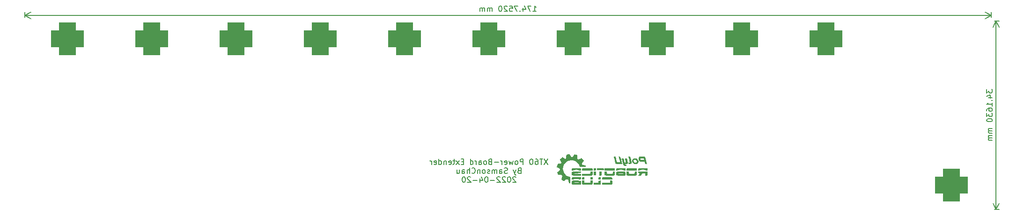
<source format=gbo>
G04 #@! TF.GenerationSoftware,KiCad,Pcbnew,6.0.4-6f826c9f35~116~ubuntu18.04.1*
G04 #@! TF.CreationDate,2022-04-20T11:54:21+08:00*
G04 #@! TF.ProjectId,XT60_connectors,58543630-5f63-46f6-9e6e-6563746f7273,rev?*
G04 #@! TF.SameCoordinates,Original*
G04 #@! TF.FileFunction,Legend,Bot*
G04 #@! TF.FilePolarity,Positive*
%FSLAX46Y46*%
G04 Gerber Fmt 4.6, Leading zero omitted, Abs format (unit mm)*
G04 Created by KiCad (PCBNEW 6.0.4-6f826c9f35~116~ubuntu18.04.1) date 2022-04-20 11:54:21*
%MOMM*%
%LPD*%
G01*
G04 APERTURE LIST*
G04 Aperture macros list*
%AMRoundRect*
0 Rectangle with rounded corners*
0 $1 Rounding radius*
0 $2 $3 $4 $5 $6 $7 $8 $9 X,Y pos of 4 corners*
0 Add a 4 corners polygon primitive as box body*
4,1,4,$2,$3,$4,$5,$6,$7,$8,$9,$2,$3,0*
0 Add four circle primitives for the rounded corners*
1,1,$1+$1,$2,$3*
1,1,$1+$1,$4,$5*
1,1,$1+$1,$6,$7*
1,1,$1+$1,$8,$9*
0 Add four rect primitives between the rounded corners*
20,1,$1+$1,$2,$3,$4,$5,0*
20,1,$1+$1,$4,$5,$6,$7,0*
20,1,$1+$1,$6,$7,$8,$9,0*
20,1,$1+$1,$8,$9,$2,$3,0*%
G04 Aperture macros list end*
%ADD10C,0.150000*%
%ADD11R,2.200000X2.200000*%
%ADD12O,2.200000X2.200000*%
%ADD13RoundRect,1.500000X-1.500000X1.500000X-1.500000X-1.500000X1.500000X-1.500000X1.500000X1.500000X0*%
%ADD14C,6.000000*%
%ADD15R,1.800000X1.200000*%
%ADD16C,4.500000*%
%ADD17C,3.048000*%
%ADD18C,3.051988*%
%ADD19C,3.068258*%
%ADD20RoundRect,1.500000X1.500000X1.500000X-1.500000X1.500000X-1.500000X-1.500000X1.500000X-1.500000X0*%
G04 APERTURE END LIST*
D10*
X204296380Y-56356833D02*
X204296380Y-56975880D01*
X204677333Y-56642547D01*
X204677333Y-56785404D01*
X204724952Y-56880642D01*
X204772571Y-56928261D01*
X204867809Y-56975880D01*
X205105904Y-56975880D01*
X205201142Y-56928261D01*
X205248761Y-56880642D01*
X205296380Y-56785404D01*
X205296380Y-56499690D01*
X205248761Y-56404452D01*
X205201142Y-56356833D01*
X204629714Y-57833023D02*
X205296380Y-57833023D01*
X204248761Y-57594928D02*
X204963047Y-57356833D01*
X204963047Y-57975880D01*
X205201142Y-58356833D02*
X205248761Y-58404452D01*
X205296380Y-58356833D01*
X205248761Y-58309214D01*
X205201142Y-58356833D01*
X205296380Y-58356833D01*
X205296380Y-59356833D02*
X205296380Y-58785404D01*
X205296380Y-59071119D02*
X204296380Y-59071119D01*
X204439238Y-58975880D01*
X204534476Y-58880642D01*
X204582095Y-58785404D01*
X204296380Y-60213976D02*
X204296380Y-60023500D01*
X204344000Y-59928261D01*
X204391619Y-59880642D01*
X204534476Y-59785404D01*
X204724952Y-59737785D01*
X205105904Y-59737785D01*
X205201142Y-59785404D01*
X205248761Y-59833023D01*
X205296380Y-59928261D01*
X205296380Y-60118738D01*
X205248761Y-60213976D01*
X205201142Y-60261595D01*
X205105904Y-60309214D01*
X204867809Y-60309214D01*
X204772571Y-60261595D01*
X204724952Y-60213976D01*
X204677333Y-60118738D01*
X204677333Y-59928261D01*
X204724952Y-59833023D01*
X204772571Y-59785404D01*
X204867809Y-59737785D01*
X204296380Y-60642547D02*
X204296380Y-61261595D01*
X204677333Y-60928261D01*
X204677333Y-61071119D01*
X204724952Y-61166357D01*
X204772571Y-61213976D01*
X204867809Y-61261595D01*
X205105904Y-61261595D01*
X205201142Y-61213976D01*
X205248761Y-61166357D01*
X205296380Y-61071119D01*
X205296380Y-60785404D01*
X205248761Y-60690166D01*
X205201142Y-60642547D01*
X204296380Y-61880642D02*
X204296380Y-61975880D01*
X204344000Y-62071119D01*
X204391619Y-62118738D01*
X204486857Y-62166357D01*
X204677333Y-62213976D01*
X204915428Y-62213976D01*
X205105904Y-62166357D01*
X205201142Y-62118738D01*
X205248761Y-62071119D01*
X205296380Y-61975880D01*
X205296380Y-61880642D01*
X205248761Y-61785404D01*
X205201142Y-61737785D01*
X205105904Y-61690166D01*
X204915428Y-61642547D01*
X204677333Y-61642547D01*
X204486857Y-61690166D01*
X204391619Y-61737785D01*
X204344000Y-61785404D01*
X204296380Y-61880642D01*
X205296380Y-63404452D02*
X204629714Y-63404452D01*
X204724952Y-63404452D02*
X204677333Y-63452071D01*
X204629714Y-63547309D01*
X204629714Y-63690166D01*
X204677333Y-63785404D01*
X204772571Y-63833023D01*
X205296380Y-63833023D01*
X204772571Y-63833023D02*
X204677333Y-63880642D01*
X204629714Y-63975880D01*
X204629714Y-64118738D01*
X204677333Y-64213976D01*
X204772571Y-64261595D01*
X205296380Y-64261595D01*
X205296380Y-64737785D02*
X204629714Y-64737785D01*
X204724952Y-64737785D02*
X204677333Y-64785404D01*
X204629714Y-64880642D01*
X204629714Y-65023500D01*
X204677333Y-65118738D01*
X204772571Y-65166357D01*
X205296380Y-65166357D01*
X204772571Y-65166357D02*
X204677333Y-65213976D01*
X204629714Y-65309214D01*
X204629714Y-65452071D01*
X204677333Y-65547309D01*
X204772571Y-65594928D01*
X205296380Y-65594928D01*
X205732000Y-43942000D02*
X206580420Y-43942000D01*
X205732000Y-78105000D02*
X206580420Y-78105000D01*
X205994000Y-43942000D02*
X205994000Y-78105000D01*
X205994000Y-43942000D02*
X205994000Y-78105000D01*
X205994000Y-43942000D02*
X205407579Y-45068504D01*
X205994000Y-43942000D02*
X206580421Y-45068504D01*
X205994000Y-78105000D02*
X206580421Y-76978496D01*
X205994000Y-78105000D02*
X205407579Y-76978496D01*
X122252809Y-42228381D02*
X122824238Y-42228381D01*
X122538523Y-42228381D02*
X122538523Y-41228381D01*
X122633761Y-41371239D01*
X122729000Y-41466477D01*
X122824238Y-41514096D01*
X121919476Y-41228381D02*
X121252809Y-41228381D01*
X121681380Y-42228381D01*
X120443285Y-41561715D02*
X120443285Y-42228381D01*
X120681380Y-41180762D02*
X120919476Y-41895048D01*
X120300428Y-41895048D01*
X119919476Y-42133143D02*
X119871857Y-42180762D01*
X119919476Y-42228381D01*
X119967095Y-42180762D01*
X119919476Y-42133143D01*
X119919476Y-42228381D01*
X119538523Y-41228381D02*
X118871857Y-41228381D01*
X119300428Y-42228381D01*
X118014714Y-41228381D02*
X118490904Y-41228381D01*
X118538523Y-41704572D01*
X118490904Y-41656953D01*
X118395666Y-41609334D01*
X118157571Y-41609334D01*
X118062333Y-41656953D01*
X118014714Y-41704572D01*
X117967095Y-41799810D01*
X117967095Y-42037905D01*
X118014714Y-42133143D01*
X118062333Y-42180762D01*
X118157571Y-42228381D01*
X118395666Y-42228381D01*
X118490904Y-42180762D01*
X118538523Y-42133143D01*
X117586142Y-41323620D02*
X117538523Y-41276001D01*
X117443285Y-41228381D01*
X117205190Y-41228381D01*
X117109952Y-41276001D01*
X117062333Y-41323620D01*
X117014714Y-41418858D01*
X117014714Y-41514096D01*
X117062333Y-41656953D01*
X117633761Y-42228381D01*
X117014714Y-42228381D01*
X116395666Y-41228381D02*
X116300428Y-41228381D01*
X116205190Y-41276001D01*
X116157571Y-41323620D01*
X116109952Y-41418858D01*
X116062333Y-41609334D01*
X116062333Y-41847429D01*
X116109952Y-42037905D01*
X116157571Y-42133143D01*
X116205190Y-42180762D01*
X116300428Y-42228381D01*
X116395666Y-42228381D01*
X116490904Y-42180762D01*
X116538523Y-42133143D01*
X116586142Y-42037905D01*
X116633761Y-41847429D01*
X116633761Y-41609334D01*
X116586142Y-41418858D01*
X116538523Y-41323620D01*
X116490904Y-41276001D01*
X116395666Y-41228381D01*
X114871857Y-42228381D02*
X114871857Y-41561715D01*
X114871857Y-41656953D02*
X114824238Y-41609334D01*
X114729000Y-41561715D01*
X114586142Y-41561715D01*
X114490904Y-41609334D01*
X114443285Y-41704572D01*
X114443285Y-42228381D01*
X114443285Y-41704572D02*
X114395666Y-41609334D01*
X114300428Y-41561715D01*
X114157571Y-41561715D01*
X114062333Y-41609334D01*
X114014714Y-41704572D01*
X114014714Y-42228381D01*
X113538523Y-42228381D02*
X113538523Y-41561715D01*
X113538523Y-41656953D02*
X113490904Y-41609334D01*
X113395666Y-41561715D01*
X113252809Y-41561715D01*
X113157571Y-41609334D01*
X113109952Y-41704572D01*
X113109952Y-42228381D01*
X113109952Y-41704572D02*
X113062333Y-41609334D01*
X112967095Y-41561715D01*
X112824238Y-41561715D01*
X112729000Y-41609334D01*
X112681380Y-41704572D01*
X112681380Y-42228381D01*
X205105000Y-43315000D02*
X205105000Y-42339581D01*
X30353000Y-43315000D02*
X30353000Y-42339581D01*
X205105000Y-42926001D02*
X30353000Y-42926001D01*
X205105000Y-42926001D02*
X30353000Y-42926001D01*
X205105000Y-42926001D02*
X203978496Y-42339580D01*
X205105000Y-42926001D02*
X203978496Y-43512422D01*
X30353000Y-42926001D02*
X31479504Y-43512422D01*
X30353000Y-42926001D02*
X31479504Y-42339580D01*
X124942857Y-68962380D02*
X124276190Y-69962380D01*
X124276190Y-68962380D02*
X124942857Y-69962380D01*
X124038095Y-68962380D02*
X123466666Y-68962380D01*
X123752380Y-69962380D02*
X123752380Y-68962380D01*
X122704761Y-68962380D02*
X122895238Y-68962380D01*
X122990476Y-69010000D01*
X123038095Y-69057619D01*
X123133333Y-69200476D01*
X123180952Y-69390952D01*
X123180952Y-69771904D01*
X123133333Y-69867142D01*
X123085714Y-69914761D01*
X122990476Y-69962380D01*
X122800000Y-69962380D01*
X122704761Y-69914761D01*
X122657142Y-69867142D01*
X122609523Y-69771904D01*
X122609523Y-69533809D01*
X122657142Y-69438571D01*
X122704761Y-69390952D01*
X122800000Y-69343333D01*
X122990476Y-69343333D01*
X123085714Y-69390952D01*
X123133333Y-69438571D01*
X123180952Y-69533809D01*
X121990476Y-68962380D02*
X121895238Y-68962380D01*
X121800000Y-69010000D01*
X121752380Y-69057619D01*
X121704761Y-69152857D01*
X121657142Y-69343333D01*
X121657142Y-69581428D01*
X121704761Y-69771904D01*
X121752380Y-69867142D01*
X121800000Y-69914761D01*
X121895238Y-69962380D01*
X121990476Y-69962380D01*
X122085714Y-69914761D01*
X122133333Y-69867142D01*
X122180952Y-69771904D01*
X122228571Y-69581428D01*
X122228571Y-69343333D01*
X122180952Y-69152857D01*
X122133333Y-69057619D01*
X122085714Y-69010000D01*
X121990476Y-68962380D01*
X120466666Y-69962380D02*
X120466666Y-68962380D01*
X120085714Y-68962380D01*
X119990476Y-69010000D01*
X119942857Y-69057619D01*
X119895238Y-69152857D01*
X119895238Y-69295714D01*
X119942857Y-69390952D01*
X119990476Y-69438571D01*
X120085714Y-69486190D01*
X120466666Y-69486190D01*
X119323809Y-69962380D02*
X119419047Y-69914761D01*
X119466666Y-69867142D01*
X119514285Y-69771904D01*
X119514285Y-69486190D01*
X119466666Y-69390952D01*
X119419047Y-69343333D01*
X119323809Y-69295714D01*
X119180952Y-69295714D01*
X119085714Y-69343333D01*
X119038095Y-69390952D01*
X118990476Y-69486190D01*
X118990476Y-69771904D01*
X119038095Y-69867142D01*
X119085714Y-69914761D01*
X119180952Y-69962380D01*
X119323809Y-69962380D01*
X118657142Y-69295714D02*
X118466666Y-69962380D01*
X118276190Y-69486190D01*
X118085714Y-69962380D01*
X117895238Y-69295714D01*
X117133333Y-69914761D02*
X117228571Y-69962380D01*
X117419047Y-69962380D01*
X117514285Y-69914761D01*
X117561904Y-69819523D01*
X117561904Y-69438571D01*
X117514285Y-69343333D01*
X117419047Y-69295714D01*
X117228571Y-69295714D01*
X117133333Y-69343333D01*
X117085714Y-69438571D01*
X117085714Y-69533809D01*
X117561904Y-69629047D01*
X116657142Y-69962380D02*
X116657142Y-69295714D01*
X116657142Y-69486190D02*
X116609523Y-69390952D01*
X116561904Y-69343333D01*
X116466666Y-69295714D01*
X116371428Y-69295714D01*
X116038095Y-69581428D02*
X115276190Y-69581428D01*
X114466666Y-69438571D02*
X114323809Y-69486190D01*
X114276190Y-69533809D01*
X114228571Y-69629047D01*
X114228571Y-69771904D01*
X114276190Y-69867142D01*
X114323809Y-69914761D01*
X114419047Y-69962380D01*
X114800000Y-69962380D01*
X114800000Y-68962380D01*
X114466666Y-68962380D01*
X114371428Y-69010000D01*
X114323809Y-69057619D01*
X114276190Y-69152857D01*
X114276190Y-69248095D01*
X114323809Y-69343333D01*
X114371428Y-69390952D01*
X114466666Y-69438571D01*
X114800000Y-69438571D01*
X113657142Y-69962380D02*
X113752380Y-69914761D01*
X113800000Y-69867142D01*
X113847619Y-69771904D01*
X113847619Y-69486190D01*
X113800000Y-69390952D01*
X113752380Y-69343333D01*
X113657142Y-69295714D01*
X113514285Y-69295714D01*
X113419047Y-69343333D01*
X113371428Y-69390952D01*
X113323809Y-69486190D01*
X113323809Y-69771904D01*
X113371428Y-69867142D01*
X113419047Y-69914761D01*
X113514285Y-69962380D01*
X113657142Y-69962380D01*
X112466666Y-69962380D02*
X112466666Y-69438571D01*
X112514285Y-69343333D01*
X112609523Y-69295714D01*
X112800000Y-69295714D01*
X112895238Y-69343333D01*
X112466666Y-69914761D02*
X112561904Y-69962380D01*
X112800000Y-69962380D01*
X112895238Y-69914761D01*
X112942857Y-69819523D01*
X112942857Y-69724285D01*
X112895238Y-69629047D01*
X112800000Y-69581428D01*
X112561904Y-69581428D01*
X112466666Y-69533809D01*
X111990476Y-69962380D02*
X111990476Y-69295714D01*
X111990476Y-69486190D02*
X111942857Y-69390952D01*
X111895238Y-69343333D01*
X111800000Y-69295714D01*
X111704761Y-69295714D01*
X110942857Y-69962380D02*
X110942857Y-68962380D01*
X110942857Y-69914761D02*
X111038095Y-69962380D01*
X111228571Y-69962380D01*
X111323809Y-69914761D01*
X111371428Y-69867142D01*
X111419047Y-69771904D01*
X111419047Y-69486190D01*
X111371428Y-69390952D01*
X111323809Y-69343333D01*
X111228571Y-69295714D01*
X111038095Y-69295714D01*
X110942857Y-69343333D01*
X109704761Y-69438571D02*
X109371428Y-69438571D01*
X109228571Y-69962380D02*
X109704761Y-69962380D01*
X109704761Y-68962380D01*
X109228571Y-68962380D01*
X108895238Y-69962380D02*
X108371428Y-69295714D01*
X108895238Y-69295714D02*
X108371428Y-69962380D01*
X108133333Y-69295714D02*
X107752380Y-69295714D01*
X107990476Y-68962380D02*
X107990476Y-69819523D01*
X107942857Y-69914761D01*
X107847619Y-69962380D01*
X107752380Y-69962380D01*
X107038095Y-69914761D02*
X107133333Y-69962380D01*
X107323809Y-69962380D01*
X107419047Y-69914761D01*
X107466666Y-69819523D01*
X107466666Y-69438571D01*
X107419047Y-69343333D01*
X107323809Y-69295714D01*
X107133333Y-69295714D01*
X107038095Y-69343333D01*
X106990476Y-69438571D01*
X106990476Y-69533809D01*
X107466666Y-69629047D01*
X106561904Y-69295714D02*
X106561904Y-69962380D01*
X106561904Y-69390952D02*
X106514285Y-69343333D01*
X106419047Y-69295714D01*
X106276190Y-69295714D01*
X106180952Y-69343333D01*
X106133333Y-69438571D01*
X106133333Y-69962380D01*
X105228571Y-69962380D02*
X105228571Y-68962380D01*
X105228571Y-69914761D02*
X105323809Y-69962380D01*
X105514285Y-69962380D01*
X105609523Y-69914761D01*
X105657142Y-69867142D01*
X105704761Y-69771904D01*
X105704761Y-69486190D01*
X105657142Y-69390952D01*
X105609523Y-69343333D01*
X105514285Y-69295714D01*
X105323809Y-69295714D01*
X105228571Y-69343333D01*
X104371428Y-69914761D02*
X104466666Y-69962380D01*
X104657142Y-69962380D01*
X104752380Y-69914761D01*
X104800000Y-69819523D01*
X104800000Y-69438571D01*
X104752380Y-69343333D01*
X104657142Y-69295714D01*
X104466666Y-69295714D01*
X104371428Y-69343333D01*
X104323809Y-69438571D01*
X104323809Y-69533809D01*
X104800000Y-69629047D01*
X103895238Y-69962380D02*
X103895238Y-69295714D01*
X103895238Y-69486190D02*
X103847619Y-69390952D01*
X103800000Y-69343333D01*
X103704761Y-69295714D01*
X103609523Y-69295714D01*
X119752380Y-71048571D02*
X119609523Y-71096190D01*
X119561904Y-71143809D01*
X119514285Y-71239047D01*
X119514285Y-71381904D01*
X119561904Y-71477142D01*
X119609523Y-71524761D01*
X119704761Y-71572380D01*
X120085714Y-71572380D01*
X120085714Y-70572380D01*
X119752380Y-70572380D01*
X119657142Y-70620000D01*
X119609523Y-70667619D01*
X119561904Y-70762857D01*
X119561904Y-70858095D01*
X119609523Y-70953333D01*
X119657142Y-71000952D01*
X119752380Y-71048571D01*
X120085714Y-71048571D01*
X119180952Y-70905714D02*
X118942857Y-71572380D01*
X118704761Y-70905714D02*
X118942857Y-71572380D01*
X119038095Y-71810476D01*
X119085714Y-71858095D01*
X119180952Y-71905714D01*
X117609523Y-71524761D02*
X117466666Y-71572380D01*
X117228571Y-71572380D01*
X117133333Y-71524761D01*
X117085714Y-71477142D01*
X117038095Y-71381904D01*
X117038095Y-71286666D01*
X117085714Y-71191428D01*
X117133333Y-71143809D01*
X117228571Y-71096190D01*
X117419047Y-71048571D01*
X117514285Y-71000952D01*
X117561904Y-70953333D01*
X117609523Y-70858095D01*
X117609523Y-70762857D01*
X117561904Y-70667619D01*
X117514285Y-70620000D01*
X117419047Y-70572380D01*
X117180952Y-70572380D01*
X117038095Y-70620000D01*
X116180952Y-71572380D02*
X116180952Y-71048571D01*
X116228571Y-70953333D01*
X116323809Y-70905714D01*
X116514285Y-70905714D01*
X116609523Y-70953333D01*
X116180952Y-71524761D02*
X116276190Y-71572380D01*
X116514285Y-71572380D01*
X116609523Y-71524761D01*
X116657142Y-71429523D01*
X116657142Y-71334285D01*
X116609523Y-71239047D01*
X116514285Y-71191428D01*
X116276190Y-71191428D01*
X116180952Y-71143809D01*
X115704761Y-71572380D02*
X115704761Y-70905714D01*
X115704761Y-71000952D02*
X115657142Y-70953333D01*
X115561904Y-70905714D01*
X115419047Y-70905714D01*
X115323809Y-70953333D01*
X115276190Y-71048571D01*
X115276190Y-71572380D01*
X115276190Y-71048571D02*
X115228571Y-70953333D01*
X115133333Y-70905714D01*
X114990476Y-70905714D01*
X114895238Y-70953333D01*
X114847619Y-71048571D01*
X114847619Y-71572380D01*
X114419047Y-71524761D02*
X114323809Y-71572380D01*
X114133333Y-71572380D01*
X114038095Y-71524761D01*
X113990476Y-71429523D01*
X113990476Y-71381904D01*
X114038095Y-71286666D01*
X114133333Y-71239047D01*
X114276190Y-71239047D01*
X114371428Y-71191428D01*
X114419047Y-71096190D01*
X114419047Y-71048571D01*
X114371428Y-70953333D01*
X114276190Y-70905714D01*
X114133333Y-70905714D01*
X114038095Y-70953333D01*
X113419047Y-71572380D02*
X113514285Y-71524761D01*
X113561904Y-71477142D01*
X113609523Y-71381904D01*
X113609523Y-71096190D01*
X113561904Y-71000952D01*
X113514285Y-70953333D01*
X113419047Y-70905714D01*
X113276190Y-70905714D01*
X113180952Y-70953333D01*
X113133333Y-71000952D01*
X113085714Y-71096190D01*
X113085714Y-71381904D01*
X113133333Y-71477142D01*
X113180952Y-71524761D01*
X113276190Y-71572380D01*
X113419047Y-71572380D01*
X112657142Y-70905714D02*
X112657142Y-71572380D01*
X112657142Y-71000952D02*
X112609523Y-70953333D01*
X112514285Y-70905714D01*
X112371428Y-70905714D01*
X112276190Y-70953333D01*
X112228571Y-71048571D01*
X112228571Y-71572380D01*
X111180952Y-71477142D02*
X111228571Y-71524761D01*
X111371428Y-71572380D01*
X111466666Y-71572380D01*
X111609523Y-71524761D01*
X111704761Y-71429523D01*
X111752380Y-71334285D01*
X111800000Y-71143809D01*
X111800000Y-71000952D01*
X111752380Y-70810476D01*
X111704761Y-70715238D01*
X111609523Y-70620000D01*
X111466666Y-70572380D01*
X111371428Y-70572380D01*
X111228571Y-70620000D01*
X111180952Y-70667619D01*
X110752380Y-71572380D02*
X110752380Y-70572380D01*
X110323809Y-71572380D02*
X110323809Y-71048571D01*
X110371428Y-70953333D01*
X110466666Y-70905714D01*
X110609523Y-70905714D01*
X110704761Y-70953333D01*
X110752380Y-71000952D01*
X109419047Y-71572380D02*
X109419047Y-71048571D01*
X109466666Y-70953333D01*
X109561904Y-70905714D01*
X109752380Y-70905714D01*
X109847619Y-70953333D01*
X109419047Y-71524761D02*
X109514285Y-71572380D01*
X109752380Y-71572380D01*
X109847619Y-71524761D01*
X109895238Y-71429523D01*
X109895238Y-71334285D01*
X109847619Y-71239047D01*
X109752380Y-71191428D01*
X109514285Y-71191428D01*
X109419047Y-71143809D01*
X108514285Y-70905714D02*
X108514285Y-71572380D01*
X108942857Y-70905714D02*
X108942857Y-71429523D01*
X108895238Y-71524761D01*
X108800000Y-71572380D01*
X108657142Y-71572380D01*
X108561904Y-71524761D01*
X108514285Y-71477142D01*
X119157142Y-72277619D02*
X119109523Y-72230000D01*
X119014285Y-72182380D01*
X118776190Y-72182380D01*
X118680952Y-72230000D01*
X118633333Y-72277619D01*
X118585714Y-72372857D01*
X118585714Y-72468095D01*
X118633333Y-72610952D01*
X119204761Y-73182380D01*
X118585714Y-73182380D01*
X117966666Y-72182380D02*
X117871428Y-72182380D01*
X117776190Y-72230000D01*
X117728571Y-72277619D01*
X117680952Y-72372857D01*
X117633333Y-72563333D01*
X117633333Y-72801428D01*
X117680952Y-72991904D01*
X117728571Y-73087142D01*
X117776190Y-73134761D01*
X117871428Y-73182380D01*
X117966666Y-73182380D01*
X118061904Y-73134761D01*
X118109523Y-73087142D01*
X118157142Y-72991904D01*
X118204761Y-72801428D01*
X118204761Y-72563333D01*
X118157142Y-72372857D01*
X118109523Y-72277619D01*
X118061904Y-72230000D01*
X117966666Y-72182380D01*
X117252380Y-72277619D02*
X117204761Y-72230000D01*
X117109523Y-72182380D01*
X116871428Y-72182380D01*
X116776190Y-72230000D01*
X116728571Y-72277619D01*
X116680952Y-72372857D01*
X116680952Y-72468095D01*
X116728571Y-72610952D01*
X117300000Y-73182380D01*
X116680952Y-73182380D01*
X116300000Y-72277619D02*
X116252380Y-72230000D01*
X116157142Y-72182380D01*
X115919047Y-72182380D01*
X115823809Y-72230000D01*
X115776190Y-72277619D01*
X115728571Y-72372857D01*
X115728571Y-72468095D01*
X115776190Y-72610952D01*
X116347619Y-73182380D01*
X115728571Y-73182380D01*
X115300000Y-72801428D02*
X114538095Y-72801428D01*
X113871428Y-72182380D02*
X113776190Y-72182380D01*
X113680952Y-72230000D01*
X113633333Y-72277619D01*
X113585714Y-72372857D01*
X113538095Y-72563333D01*
X113538095Y-72801428D01*
X113585714Y-72991904D01*
X113633333Y-73087142D01*
X113680952Y-73134761D01*
X113776190Y-73182380D01*
X113871428Y-73182380D01*
X113966666Y-73134761D01*
X114014285Y-73087142D01*
X114061904Y-72991904D01*
X114109523Y-72801428D01*
X114109523Y-72563333D01*
X114061904Y-72372857D01*
X114014285Y-72277619D01*
X113966666Y-72230000D01*
X113871428Y-72182380D01*
X112680952Y-72515714D02*
X112680952Y-73182380D01*
X112919047Y-72134761D02*
X113157142Y-72849047D01*
X112538095Y-72849047D01*
X112157142Y-72801428D02*
X111395238Y-72801428D01*
X110966666Y-72277619D02*
X110919047Y-72230000D01*
X110823809Y-72182380D01*
X110585714Y-72182380D01*
X110490476Y-72230000D01*
X110442857Y-72277619D01*
X110395238Y-72372857D01*
X110395238Y-72468095D01*
X110442857Y-72610952D01*
X111014285Y-73182380D01*
X110395238Y-73182380D01*
X109776190Y-72182380D02*
X109680952Y-72182380D01*
X109585714Y-72230000D01*
X109538095Y-72277619D01*
X109490476Y-72372857D01*
X109442857Y-72563333D01*
X109442857Y-72801428D01*
X109490476Y-72991904D01*
X109538095Y-73087142D01*
X109585714Y-73134761D01*
X109680952Y-73182380D01*
X109776190Y-73182380D01*
X109871428Y-73134761D01*
X109919047Y-73087142D01*
X109966666Y-72991904D01*
X110014285Y-72801428D01*
X110014285Y-72563333D01*
X109966666Y-72372857D01*
X109919047Y-72277619D01*
X109871428Y-72230000D01*
X109776190Y-72182380D01*
G36*
X140212754Y-70610103D02*
G01*
X140460821Y-70610894D01*
X140654271Y-70614254D01*
X140799894Y-70622055D01*
X140904481Y-70636166D01*
X140974824Y-70658459D01*
X141017714Y-70690803D01*
X141039941Y-70735070D01*
X141048297Y-70793129D01*
X141049574Y-70866851D01*
X141049574Y-71024391D01*
X139139799Y-71024391D01*
X139140287Y-70888946D01*
X139140521Y-70861471D01*
X139144839Y-70788510D01*
X139159728Y-70731226D01*
X139191823Y-70687724D01*
X139247761Y-70656110D01*
X139334178Y-70634492D01*
X139457708Y-70620974D01*
X139624989Y-70613664D01*
X139842654Y-70610666D01*
X140117341Y-70610088D01*
X140212754Y-70610103D01*
G37*
G36*
X130619979Y-71217240D02*
G01*
X130746147Y-71221918D01*
X130832428Y-71231441D01*
X130885530Y-71246736D01*
X130912163Y-71268728D01*
X130919038Y-71298343D01*
X130912863Y-71336506D01*
X130911623Y-71341532D01*
X130892695Y-71403537D01*
X130865129Y-71449300D01*
X130819757Y-71481674D01*
X130747409Y-71503510D01*
X130638915Y-71517659D01*
X130485107Y-71526973D01*
X130276815Y-71534304D01*
X130267183Y-71534600D01*
X130055106Y-71542461D01*
X129900316Y-71551688D01*
X129796684Y-71563264D01*
X129738081Y-71578176D01*
X129718376Y-71597408D01*
X129731442Y-71621945D01*
X129767088Y-71629780D01*
X129856537Y-71637899D01*
X129989073Y-71645427D01*
X130154221Y-71651772D01*
X130341509Y-71656345D01*
X130927769Y-71666844D01*
X130927769Y-71984647D01*
X130170316Y-71974594D01*
X130017348Y-71972563D01*
X129781886Y-71968383D01*
X129599574Y-71961313D01*
X129463618Y-71948631D01*
X129367221Y-71927615D01*
X129303590Y-71895542D01*
X129265927Y-71849691D01*
X129247438Y-71787340D01*
X129241328Y-71705766D01*
X129240802Y-71602247D01*
X129240795Y-71589684D01*
X129241413Y-71481120D01*
X129248306Y-71397105D01*
X129268644Y-71334359D01*
X129309596Y-71289602D01*
X129378334Y-71259554D01*
X129482027Y-71240934D01*
X129627846Y-71230463D01*
X129822961Y-71224860D01*
X130074543Y-71220846D01*
X130221140Y-71218719D01*
X130447213Y-71216482D01*
X130619979Y-71217240D01*
G37*
G36*
X136251300Y-70610122D02*
G01*
X136494886Y-70611076D01*
X136684684Y-70614712D01*
X136827405Y-70622836D01*
X136929758Y-70637251D01*
X136998455Y-70659762D01*
X137040205Y-70692173D01*
X137061719Y-70736289D01*
X137069706Y-70793913D01*
X137070877Y-70866851D01*
X137070877Y-71024391D01*
X135161103Y-71024391D01*
X135161103Y-70866851D01*
X135161231Y-70830467D01*
X135164778Y-70764968D01*
X135178301Y-70713933D01*
X135208512Y-70675556D01*
X135262121Y-70648034D01*
X135345838Y-70629562D01*
X135466373Y-70618335D01*
X135630437Y-70612550D01*
X135844739Y-70610403D01*
X136115990Y-70610088D01*
X136251300Y-70610122D01*
G37*
G36*
X136202935Y-72240790D02*
G01*
X136325518Y-72248014D01*
X136415131Y-72260117D01*
X136479498Y-72277811D01*
X136526339Y-72301807D01*
X136563379Y-72332819D01*
X136598975Y-72391654D01*
X136622564Y-72481323D01*
X136625529Y-72569545D01*
X136604043Y-72628490D01*
X136600085Y-72630024D01*
X136547831Y-72635296D01*
X136442273Y-72640013D01*
X136291518Y-72643996D01*
X136103675Y-72647065D01*
X135886851Y-72649039D01*
X135649156Y-72649736D01*
X134715489Y-72649736D01*
X134715489Y-72511263D01*
X134715745Y-72491557D01*
X134733033Y-72384218D01*
X134782420Y-72312079D01*
X134792910Y-72303200D01*
X134822451Y-72285398D01*
X134865052Y-72271842D01*
X134929146Y-72261772D01*
X135023165Y-72254428D01*
X135155543Y-72249048D01*
X135334713Y-72244873D01*
X135569109Y-72241143D01*
X135827973Y-72238130D01*
X136039661Y-72237733D01*
X136202935Y-72240790D01*
G37*
G36*
X134859549Y-70617963D02*
G01*
X134956633Y-70624296D01*
X135014150Y-70634601D01*
X135038939Y-70649217D01*
X135055437Y-70701928D01*
X135064170Y-70795909D01*
X135061256Y-70896804D01*
X135046040Y-70974642D01*
X135038702Y-70986867D01*
X135015399Y-71001226D01*
X134970019Y-71011126D01*
X134894250Y-71017114D01*
X134779780Y-71019739D01*
X134618298Y-71019547D01*
X134401491Y-71017085D01*
X133776516Y-71008457D01*
X133776516Y-70626022D01*
X134394877Y-70617347D01*
X134519340Y-70615862D01*
X134716064Y-70615265D01*
X134859549Y-70617963D01*
G37*
G36*
X130923124Y-73419211D02*
G01*
X130920079Y-73515291D01*
X130914075Y-73563716D01*
X130910209Y-73569350D01*
X130882221Y-73581992D01*
X130823305Y-73591529D01*
X130726919Y-73598321D01*
X130586518Y-73602728D01*
X130395558Y-73605108D01*
X130147497Y-73605822D01*
X129397056Y-73605822D01*
X129318929Y-73527597D01*
X129288613Y-73493884D01*
X129258291Y-73437889D01*
X129244234Y-73359972D01*
X129240802Y-73239322D01*
X129241046Y-73223388D01*
X129734160Y-73223388D01*
X129739702Y-73239776D01*
X129769602Y-73256169D01*
X129834108Y-73267376D01*
X129942902Y-73274876D01*
X130105668Y-73280149D01*
X130179973Y-73281545D01*
X130348813Y-73280154D01*
X130455069Y-73270805D01*
X130499173Y-73253470D01*
X130509395Y-73217051D01*
X130481461Y-73189098D01*
X130407278Y-73172176D01*
X130281184Y-73165060D01*
X130097517Y-73166523D01*
X129982228Y-73170008D01*
X129859056Y-73176811D01*
X129783162Y-73186957D01*
X129744784Y-73201973D01*
X129734160Y-73223388D01*
X129241046Y-73223388D01*
X129242090Y-73155335D01*
X129251715Y-73064832D01*
X129275625Y-73003498D01*
X129319507Y-72950469D01*
X129398212Y-72871665D01*
X130155033Y-72880212D01*
X130911854Y-72888758D01*
X130921033Y-73205184D01*
X130921290Y-73217051D01*
X130922900Y-73291503D01*
X130923124Y-73419211D01*
G37*
G36*
X138943882Y-71794630D02*
G01*
X138940594Y-71891420D01*
X138934455Y-71940125D01*
X138926681Y-71949609D01*
X138896040Y-71961359D01*
X138836701Y-71969628D01*
X138741678Y-71974730D01*
X138603985Y-71976976D01*
X138416635Y-71976678D01*
X138172641Y-71974149D01*
X138065921Y-71972803D01*
X137829377Y-71969189D01*
X137646809Y-71963038D01*
X137511234Y-71951364D01*
X137415671Y-71931180D01*
X137353138Y-71899498D01*
X137316655Y-71853331D01*
X137299239Y-71789691D01*
X137293909Y-71705590D01*
X137293684Y-71598043D01*
X137293676Y-71593386D01*
X137753747Y-71593386D01*
X137799973Y-71628313D01*
X137814828Y-71633780D01*
X137888071Y-71645917D01*
X137998006Y-71654807D01*
X138127941Y-71660163D01*
X138261183Y-71661700D01*
X138381038Y-71659131D01*
X138470814Y-71652172D01*
X138513818Y-71640535D01*
X138520899Y-71630998D01*
X138535037Y-71576796D01*
X138532187Y-71567291D01*
X138503382Y-71551427D01*
X138436603Y-71541277D01*
X138323309Y-71535888D01*
X138154961Y-71534304D01*
X138145046Y-71534310D01*
X137957046Y-71537976D01*
X137830411Y-71548713D01*
X137763269Y-71567017D01*
X137753747Y-71593386D01*
X137293676Y-71593386D01*
X137293594Y-71547979D01*
X137295098Y-71450906D01*
X137304631Y-71376019D01*
X137329146Y-71320442D01*
X137375597Y-71281302D01*
X137450936Y-71255724D01*
X137562117Y-71240833D01*
X137716093Y-71233756D01*
X137919816Y-71231617D01*
X138180240Y-71231543D01*
X138932907Y-71231543D01*
X138942042Y-71564019D01*
X138942290Y-71576796D01*
X138944005Y-71665357D01*
X138943882Y-71794630D01*
G37*
G36*
X138948822Y-71024391D02*
G01*
X138741930Y-71024391D01*
X138694975Y-71024041D01*
X138598204Y-71018305D01*
X138548850Y-71003401D01*
X138535037Y-70976587D01*
X138535033Y-70975993D01*
X138525140Y-70955941D01*
X138489871Y-70942340D01*
X138419662Y-70934044D01*
X138304950Y-70929907D01*
X138136169Y-70928783D01*
X137988627Y-70929687D01*
X137862816Y-70933773D01*
X137782510Y-70942198D01*
X137737850Y-70956093D01*
X137718979Y-70976587D01*
X137718946Y-70976674D01*
X137689002Y-71004835D01*
X137618909Y-71019915D01*
X137497171Y-71024391D01*
X137293684Y-71024391D01*
X137293684Y-70866851D01*
X137293690Y-70857077D01*
X137295661Y-70784149D01*
X137305952Y-70727207D01*
X137331479Y-70684271D01*
X137379161Y-70653366D01*
X137455915Y-70632513D01*
X137568657Y-70619736D01*
X137724306Y-70613058D01*
X137929780Y-70610501D01*
X138191994Y-70610088D01*
X138948822Y-70610088D01*
X138948822Y-71024391D01*
G37*
G36*
X135581181Y-71414018D02*
G01*
X135588005Y-71488186D01*
X135606919Y-71557965D01*
X135645581Y-71606179D01*
X135712752Y-71636391D01*
X135817191Y-71652162D01*
X135967658Y-71657056D01*
X136172914Y-71654633D01*
X136307983Y-71651497D01*
X136453583Y-71644544D01*
X136551587Y-71630191D01*
X136611442Y-71603443D01*
X136642597Y-71559302D01*
X136654502Y-71492773D01*
X136656605Y-71398858D01*
X136657093Y-71247478D01*
X137070877Y-71247478D01*
X137070877Y-71546336D01*
X137070770Y-71591096D01*
X137066739Y-71730955D01*
X137052524Y-71823582D01*
X137022237Y-71882085D01*
X136969989Y-71919568D01*
X136889892Y-71949138D01*
X136868596Y-71953205D01*
X136783592Y-71960329D01*
X136650527Y-71965927D01*
X136479779Y-71969725D01*
X136281725Y-71971450D01*
X136066743Y-71970829D01*
X135910982Y-71969554D01*
X135680258Y-71966696D01*
X135502429Y-71960349D01*
X135370619Y-71947313D01*
X135277951Y-71924390D01*
X135217550Y-71888380D01*
X135182541Y-71836086D01*
X135166047Y-71764307D01*
X135161193Y-71669846D01*
X135161103Y-71549504D01*
X135161103Y-71247478D01*
X135571560Y-71247478D01*
X135581181Y-71414018D01*
G37*
G36*
X130255189Y-70610915D02*
G01*
X130466565Y-70613174D01*
X130626792Y-70619393D01*
X130743145Y-70631678D01*
X130822901Y-70652137D01*
X130873336Y-70682877D01*
X130901725Y-70726005D01*
X130915347Y-70783627D01*
X130921475Y-70857851D01*
X130931096Y-71024391D01*
X130726438Y-71024391D01*
X130639404Y-71022109D01*
X130536151Y-71007070D01*
X130482155Y-70976587D01*
X130479349Y-70973437D01*
X130442423Y-70951892D01*
X130374058Y-70938160D01*
X130263551Y-70930904D01*
X130100200Y-70928783D01*
X130077619Y-70928810D01*
X129921124Y-70931473D01*
X129816198Y-70939430D01*
X129752139Y-70954022D01*
X129718245Y-70976587D01*
X129682540Y-71000684D01*
X129597680Y-71018762D01*
X129459712Y-71024391D01*
X129240802Y-71024391D01*
X129240802Y-70866851D01*
X129241412Y-70813996D01*
X129247995Y-70747900D01*
X129267786Y-70697891D01*
X129307992Y-70661735D01*
X129375820Y-70637199D01*
X129478477Y-70622047D01*
X129623171Y-70614046D01*
X129817108Y-70610961D01*
X130067496Y-70610558D01*
X130255189Y-70610915D01*
G37*
G36*
X134397193Y-72256148D02*
G01*
X134402973Y-72257313D01*
X134453868Y-72271745D01*
X134480608Y-72299567D01*
X134490957Y-72357559D01*
X134492682Y-72462503D01*
X134492682Y-72649736D01*
X134110727Y-72649736D01*
X134110727Y-72462503D01*
X134110731Y-72451169D01*
X134112893Y-72350941D01*
X134124351Y-72296215D01*
X134152870Y-72270211D01*
X134206215Y-72256148D01*
X134291261Y-72248340D01*
X134397193Y-72256148D01*
G37*
G36*
X138793685Y-69590263D02*
G01*
X138918998Y-69590263D01*
X138945739Y-69589593D01*
X139016095Y-69579528D01*
X139044311Y-69561220D01*
X139039842Y-69532711D01*
X139023211Y-69452163D01*
X138997158Y-69334901D01*
X138964737Y-69194982D01*
X138938179Y-69081414D01*
X138910740Y-68961402D01*
X138892061Y-68876411D01*
X138885163Y-68839927D01*
X138897190Y-68833925D01*
X138956399Y-68829396D01*
X139048424Y-68831697D01*
X139211686Y-68841330D01*
X139301796Y-69207829D01*
X139335312Y-69347603D01*
X139365006Y-69478654D01*
X139385341Y-69576822D01*
X139393171Y-69627655D01*
X139392063Y-69638799D01*
X139364747Y-69703374D01*
X139312033Y-69779035D01*
X139285698Y-69808968D01*
X139231200Y-69853255D01*
X139163463Y-69872741D01*
X139057396Y-69877089D01*
X138970957Y-69879963D01*
X138905011Y-69893846D01*
X138885163Y-69921484D01*
X138894950Y-69952649D01*
X138954785Y-69990824D01*
X139060684Y-70004567D01*
X139112775Y-70016351D01*
X139156095Y-70076273D01*
X139170511Y-70126784D01*
X139192214Y-70203751D01*
X139195204Y-70227763D01*
X139176737Y-70248083D01*
X139120424Y-70257332D01*
X139013393Y-70259523D01*
X138912108Y-70257153D01*
X138832987Y-70242800D01*
X138767555Y-70206486D01*
X138689196Y-70138256D01*
X138644802Y-70095385D01*
X138606790Y-70050911D01*
X138575767Y-69998517D01*
X138547493Y-69927360D01*
X138517726Y-69826599D01*
X138482225Y-69685392D01*
X138436751Y-69492898D01*
X138407013Y-69365868D01*
X138367583Y-69197712D01*
X138334162Y-69055507D01*
X138309580Y-68951291D01*
X138296668Y-68897102D01*
X138290800Y-68862949D01*
X138303279Y-68837678D01*
X138351312Y-68827364D01*
X138448939Y-68825395D01*
X138618691Y-68825395D01*
X138793685Y-69590263D01*
G37*
G36*
X134492682Y-73605822D02*
G01*
X133219499Y-73605822D01*
X133219499Y-73287127D01*
X134075859Y-73287127D01*
X134085336Y-73087942D01*
X134094812Y-72888758D01*
X134492682Y-72869782D01*
X134492682Y-73605822D01*
G37*
G36*
X142739367Y-69370117D02*
G01*
X142779492Y-69535835D01*
X142813340Y-69673912D01*
X142838097Y-69772892D01*
X142850949Y-69821317D01*
X142854891Y-69839611D01*
X142843152Y-69863574D01*
X142794223Y-69874496D01*
X142694920Y-69877089D01*
X142599173Y-69875394D01*
X142543138Y-69864051D01*
X142516416Y-69833766D01*
X142501349Y-69775249D01*
X142499932Y-69768248D01*
X142476237Y-69662802D01*
X142448399Y-69552163D01*
X142415792Y-69430916D01*
X142005009Y-69430916D01*
X141897222Y-69430304D01*
X141724919Y-69423368D01*
X141600807Y-69404236D01*
X141514663Y-69367413D01*
X141456270Y-69307402D01*
X141415405Y-69218708D01*
X141381848Y-69095835D01*
X141359188Y-68992258D01*
X141337651Y-68844525D01*
X141338435Y-68825395D01*
X141653123Y-68825395D01*
X141672602Y-68913036D01*
X141688762Y-68982850D01*
X141707183Y-69056449D01*
X141714544Y-69073709D01*
X141740641Y-69093605D01*
X141794650Y-69105301D01*
X141888475Y-69110829D01*
X142034020Y-69112221D01*
X142345755Y-69112221D01*
X142312978Y-68968808D01*
X142280202Y-68825395D01*
X141653123Y-68825395D01*
X141338435Y-68825395D01*
X141342080Y-68736430D01*
X141373758Y-68655487D01*
X141433971Y-68589207D01*
X141475160Y-68556736D01*
X141518233Y-68533158D01*
X141573583Y-68518452D01*
X141654055Y-68510532D01*
X141772495Y-68507310D01*
X141941746Y-68506700D01*
X142040445Y-68507221D01*
X142217882Y-68512863D01*
X142346479Y-68526488D01*
X142436324Y-68550300D01*
X142497507Y-68586499D01*
X142540116Y-68637287D01*
X142554004Y-68670157D01*
X142582586Y-68759852D01*
X142619679Y-68891264D01*
X142662025Y-69052726D01*
X142676693Y-69112221D01*
X142706365Y-69232573D01*
X142739367Y-69370117D01*
G37*
G36*
X134651829Y-71595706D02*
G01*
X134650826Y-71743590D01*
X134646487Y-71848725D01*
X134637078Y-71912072D01*
X134620869Y-71944908D01*
X134596128Y-71958508D01*
X134574720Y-71963379D01*
X134471904Y-71975111D01*
X134365470Y-71974456D01*
X134288393Y-71961132D01*
X134273879Y-71952207D01*
X134255948Y-71920071D01*
X134245000Y-71857054D01*
X134239533Y-71752220D01*
X134238045Y-71594633D01*
X134238045Y-71247478D01*
X134651829Y-71247478D01*
X134651829Y-71595706D01*
G37*
G36*
X131532531Y-73041731D02*
G01*
X131535168Y-73105881D01*
X131549004Y-73196953D01*
X131570727Y-73248883D01*
X131612587Y-73265285D01*
X131709712Y-73277575D01*
X131864106Y-73284778D01*
X132078880Y-73287127D01*
X132100104Y-73287126D01*
X132290385Y-73286112D01*
X132426815Y-73280125D01*
X132518354Y-73264672D01*
X132573958Y-73235259D01*
X132602584Y-73187393D01*
X132613192Y-73116582D01*
X132614737Y-73018331D01*
X132614737Y-72872823D01*
X133028521Y-72872823D01*
X133028521Y-73173270D01*
X133028520Y-73179939D01*
X133027394Y-73318963D01*
X133021834Y-73409647D01*
X133008450Y-73466803D01*
X132983853Y-73505240D01*
X132944655Y-73539770D01*
X132941966Y-73541874D01*
X132912612Y-73562049D01*
X132877548Y-73577473D01*
X132828496Y-73588781D01*
X132757179Y-73596609D01*
X132655316Y-73601592D01*
X132514630Y-73604365D01*
X132326843Y-73605564D01*
X132083676Y-73605822D01*
X131902858Y-73605516D01*
X131687934Y-73603766D01*
X131523426Y-73600080D01*
X131401489Y-73594018D01*
X131314279Y-73585142D01*
X131253949Y-73573015D01*
X131212655Y-73557199D01*
X131118747Y-73508576D01*
X131118747Y-72872823D01*
X131532531Y-72872823D01*
X131532531Y-73041731D01*
G37*
G36*
X131417800Y-72257000D02*
G01*
X131532531Y-72275642D01*
X131532531Y-72649736D01*
X131118747Y-72649736D01*
X131118747Y-72462503D01*
X131118748Y-72455855D01*
X131120809Y-72353590D01*
X131131858Y-72297483D01*
X131159392Y-72270802D01*
X131210908Y-72256814D01*
X131213016Y-72256403D01*
X131311242Y-72249259D01*
X131417800Y-72257000D01*
G37*
G36*
X137935143Y-68531858D02*
G01*
X138010530Y-68578876D01*
X138017619Y-68585225D01*
X138048817Y-68621574D01*
X138077873Y-68674571D01*
X138107908Y-68753346D01*
X138142045Y-68867027D01*
X138183406Y-69024746D01*
X138235112Y-69235632D01*
X138236092Y-69239702D01*
X138280192Y-69424330D01*
X138318557Y-69587708D01*
X138348852Y-69719667D01*
X138368741Y-69810037D01*
X138375890Y-69848650D01*
X138357738Y-69855972D01*
X138285620Y-69864386D01*
X138168228Y-69871077D01*
X138015938Y-69875494D01*
X137839127Y-69877089D01*
X137649176Y-69877554D01*
X137487058Y-69874725D01*
X137365059Y-69861384D01*
X137274872Y-69830300D01*
X137208191Y-69774242D01*
X137156708Y-69685978D01*
X137112118Y-69558278D01*
X137066115Y-69383911D01*
X137010390Y-69155644D01*
X136967529Y-68982301D01*
X136926232Y-68817239D01*
X136891933Y-68682202D01*
X136867334Y-68587822D01*
X136855136Y-68544729D01*
X136860153Y-68521408D01*
X136907150Y-68510857D01*
X137006908Y-68512860D01*
X137173942Y-68522635D01*
X137300579Y-69040514D01*
X137427216Y-69558394D01*
X137995148Y-69558394D01*
X137975132Y-69470753D01*
X137959211Y-69402714D01*
X137931004Y-69285103D01*
X137896374Y-69142545D01*
X137858885Y-68989523D01*
X137822101Y-68840522D01*
X137789586Y-68710024D01*
X137764904Y-68612513D01*
X137751620Y-68562472D01*
X137751896Y-68533509D01*
X137788726Y-68508091D01*
X137855508Y-68507902D01*
X137935143Y-68531858D01*
G37*
G36*
X133649198Y-70626022D02*
G01*
X133659059Y-70781321D01*
X133661282Y-70831576D01*
X133660130Y-70924199D01*
X133652101Y-70980505D01*
X133635637Y-70998872D01*
X133567564Y-71018234D01*
X133443305Y-71024391D01*
X133251328Y-71024391D01*
X133251328Y-70607046D01*
X133649198Y-70626022D01*
G37*
G36*
X132913790Y-72257000D02*
G01*
X133028521Y-72275642D01*
X133028521Y-72649736D01*
X132614737Y-72649736D01*
X132614737Y-72462503D01*
X132614738Y-72455855D01*
X132616799Y-72353590D01*
X132627848Y-72297483D01*
X132655382Y-72270802D01*
X132706898Y-72256814D01*
X132709006Y-72256403D01*
X132807232Y-72249259D01*
X132913790Y-72257000D01*
G37*
G36*
X139962098Y-69057692D02*
G01*
X139971014Y-69093882D01*
X140021446Y-69305742D01*
X140054647Y-69466685D01*
X140070622Y-69585809D01*
X140069371Y-69672211D01*
X140050899Y-69734990D01*
X140015206Y-69783244D01*
X139962295Y-69826069D01*
X139949241Y-69834125D01*
X139853197Y-69865428D01*
X139725543Y-69877089D01*
X139645394Y-69875851D01*
X139585749Y-69865432D01*
X139557245Y-69835940D01*
X139541648Y-69777497D01*
X139525077Y-69679719D01*
X139529165Y-69620507D01*
X139562867Y-69595446D01*
X139633158Y-69590263D01*
X139647795Y-69589973D01*
X139716586Y-69578907D01*
X139744561Y-69556773D01*
X139739724Y-69529344D01*
X139722134Y-69449914D01*
X139694699Y-69332422D01*
X139660615Y-69189981D01*
X139623076Y-69035703D01*
X139585279Y-68882701D01*
X139550417Y-68744087D01*
X139521686Y-68632973D01*
X139502281Y-68562472D01*
X139498628Y-68545444D01*
X139509609Y-68520703D01*
X139557575Y-68509397D01*
X139655806Y-68506700D01*
X139825977Y-68506700D01*
X139962098Y-69057692D01*
G37*
G36*
X141305669Y-69621795D02*
G01*
X141225034Y-69745559D01*
X141100018Y-69831789D01*
X141068844Y-69843579D01*
X140923996Y-69870833D01*
X140756137Y-69870720D01*
X140592778Y-69842652D01*
X140521983Y-69815810D01*
X140387459Y-69725022D01*
X140272226Y-69597860D01*
X140186175Y-69449493D01*
X140149275Y-69328224D01*
X140448834Y-69328224D01*
X140483176Y-69441029D01*
X140552850Y-69540221D01*
X140652796Y-69608709D01*
X140670044Y-69615822D01*
X140737935Y-69641502D01*
X140770043Y-69649662D01*
X140791409Y-69643931D01*
X140851423Y-69631408D01*
X140874840Y-69625044D01*
X140955061Y-69567063D01*
X141001869Y-69471590D01*
X141005002Y-69356965D01*
X140990904Y-69305347D01*
X140926555Y-69196069D01*
X140831645Y-69116752D01*
X140720825Y-69074211D01*
X140608744Y-69075263D01*
X140510054Y-69126721D01*
X140506392Y-69130134D01*
X140454885Y-69218895D01*
X140448834Y-69328224D01*
X140149275Y-69328224D01*
X140139194Y-69295093D01*
X140141172Y-69149830D01*
X140150826Y-69114255D01*
X140219062Y-68993816D01*
X140326618Y-68908455D01*
X140462918Y-68857430D01*
X140617389Y-68839997D01*
X140779456Y-68855413D01*
X140938547Y-68902935D01*
X141084086Y-68981820D01*
X141205500Y-69091325D01*
X141292216Y-69230708D01*
X141319137Y-69307518D01*
X141324887Y-69356965D01*
X141338259Y-69471960D01*
X141305669Y-69621795D01*
G37*
G36*
X139553584Y-71384800D02*
G01*
X139554072Y-71428475D01*
X139562439Y-71514339D01*
X139588385Y-71574349D01*
X139641126Y-71613519D01*
X139729877Y-71636863D01*
X139863852Y-71649394D01*
X140052266Y-71656126D01*
X140208499Y-71657785D01*
X140362148Y-71654313D01*
X140480032Y-71645840D01*
X140548258Y-71633013D01*
X140587383Y-71615600D01*
X140619531Y-71583818D01*
X140633038Y-71526088D01*
X140635789Y-71423549D01*
X140635789Y-71247478D01*
X141049574Y-71247478D01*
X141049574Y-71546336D01*
X141049469Y-71590276D01*
X141045415Y-71730703D01*
X141031157Y-71823698D01*
X141000837Y-71882260D01*
X140948599Y-71919387D01*
X140868589Y-71948079D01*
X140856436Y-71950948D01*
X140775628Y-71960109D01*
X140646732Y-71967237D01*
X140481940Y-71972319D01*
X140293447Y-71975344D01*
X140093445Y-71976299D01*
X139894126Y-71975172D01*
X139707683Y-71971950D01*
X139546310Y-71966622D01*
X139422200Y-71959176D01*
X139347544Y-71949599D01*
X139341369Y-71948146D01*
X139253079Y-71919246D01*
X139194674Y-71874764D01*
X139160257Y-71802738D01*
X139143931Y-71691208D01*
X139139799Y-71528212D01*
X139139799Y-71247478D01*
X139553584Y-71247478D01*
X139553584Y-71384800D01*
G37*
G36*
X142927519Y-71024391D02*
G01*
X142735542Y-71024391D01*
X142630289Y-71020708D01*
X142556710Y-71005655D01*
X142525245Y-70976587D01*
X142511541Y-70959349D01*
X142472316Y-70944261D01*
X142399158Y-70934900D01*
X142282170Y-70930122D01*
X142111460Y-70928783D01*
X141968524Y-70929641D01*
X141842166Y-70933683D01*
X141761501Y-70942093D01*
X141716636Y-70956013D01*
X141697676Y-70976587D01*
X141697642Y-70976674D01*
X141667699Y-71004835D01*
X141597606Y-71019915D01*
X141475868Y-71024391D01*
X141272381Y-71024391D01*
X141272381Y-70866851D01*
X141272387Y-70857077D01*
X141274358Y-70784149D01*
X141284649Y-70727207D01*
X141310176Y-70684271D01*
X141357858Y-70653366D01*
X141434611Y-70632513D01*
X141547354Y-70619736D01*
X141703003Y-70613058D01*
X141908476Y-70610501D01*
X142170691Y-70610088D01*
X142927519Y-70610088D01*
X142927519Y-71024391D01*
G37*
G36*
X132191701Y-70610103D02*
G01*
X132439769Y-70610894D01*
X132633218Y-70614254D01*
X132778841Y-70622055D01*
X132883428Y-70636166D01*
X132953771Y-70658459D01*
X132996661Y-70690803D01*
X133018888Y-70735070D01*
X133027245Y-70793129D01*
X133028521Y-70866851D01*
X133028521Y-71024391D01*
X131118747Y-71024391D01*
X131119234Y-70888946D01*
X131119469Y-70861471D01*
X131123786Y-70788510D01*
X131138675Y-70731226D01*
X131170771Y-70687724D01*
X131226709Y-70656110D01*
X131313125Y-70634492D01*
X131436656Y-70620974D01*
X131603936Y-70613664D01*
X131821602Y-70610666D01*
X132096289Y-70610088D01*
X132191701Y-70610103D01*
G37*
G36*
X142927519Y-71592731D02*
G01*
X142926322Y-71707951D01*
X142921886Y-71832033D01*
X142914940Y-71920475D01*
X142906299Y-71959230D01*
X142886268Y-71968136D01*
X142816134Y-71977647D01*
X142722370Y-71979743D01*
X142630008Y-71974284D01*
X142564082Y-71961132D01*
X142535006Y-71934167D01*
X142518527Y-71869170D01*
X142513734Y-71753980D01*
X142513734Y-71566173D01*
X142038353Y-71566173D01*
X141902227Y-71749423D01*
X141898361Y-71754619D01*
X141826911Y-71847936D01*
X141768016Y-71920178D01*
X141734091Y-71956087D01*
X141705547Y-71965603D01*
X141627698Y-71974962D01*
X141525782Y-71979263D01*
X141421665Y-71978315D01*
X141337210Y-71971929D01*
X141294283Y-71959914D01*
X141296127Y-71936405D01*
X141327091Y-71874274D01*
X141382212Y-71791405D01*
X141427762Y-71727142D01*
X141477467Y-71650652D01*
X141500890Y-71605597D01*
X141500651Y-71596771D01*
X141468064Y-71555731D01*
X141399699Y-71511183D01*
X141357995Y-71487773D01*
X141300016Y-71431424D01*
X141278322Y-71351054D01*
X141268347Y-71247478D01*
X142927519Y-71247478D01*
X142927519Y-71592731D01*
G37*
G36*
X130624381Y-72239004D02*
G01*
X130747740Y-72242620D01*
X130830335Y-72249325D01*
X130878907Y-72259395D01*
X130900197Y-72273108D01*
X130916879Y-72325055D01*
X130926229Y-72419382D01*
X130923673Y-72520857D01*
X130908449Y-72599326D01*
X130889182Y-72619706D01*
X130820579Y-72642892D01*
X130725434Y-72652849D01*
X130625919Y-72649437D01*
X130544209Y-72632512D01*
X130502474Y-72601932D01*
X130469550Y-72581092D01*
X130386391Y-72564205D01*
X130268915Y-72553859D01*
X130132369Y-72550073D01*
X129992002Y-72552867D01*
X129863063Y-72562260D01*
X129760798Y-72578270D01*
X129700457Y-72600919D01*
X129677242Y-72614177D01*
X129579660Y-72639243D01*
X129439737Y-72648723D01*
X129240802Y-72649736D01*
X129240802Y-72511263D01*
X129241059Y-72491546D01*
X129258348Y-72384214D01*
X129307735Y-72312079D01*
X129322711Y-72299834D01*
X129353312Y-72283127D01*
X129398147Y-72270391D01*
X129465453Y-72260909D01*
X129563467Y-72253968D01*
X129700426Y-72248853D01*
X129884570Y-72244848D01*
X130124134Y-72241238D01*
X130228409Y-72239932D01*
X130453518Y-72238200D01*
X130624381Y-72239004D01*
G37*
G36*
X128861282Y-68077968D02*
G01*
X128881808Y-68101204D01*
X128924786Y-68169083D01*
X128974938Y-68261967D01*
X129042080Y-68390522D01*
X129107289Y-68497142D01*
X129164456Y-68561774D01*
X129222172Y-68593726D01*
X129289029Y-68602309D01*
X129327906Y-68600372D01*
X129375557Y-68585796D01*
X129422902Y-68548190D01*
X129481586Y-68477404D01*
X129563256Y-68363287D01*
X129601031Y-68310917D01*
X129677698Y-68215195D01*
X129741511Y-68148992D01*
X129781547Y-68124266D01*
X129783702Y-68124321D01*
X129841673Y-68135466D01*
X129938426Y-68162219D01*
X130054213Y-68199157D01*
X130275263Y-68274049D01*
X130275263Y-68583406D01*
X130275265Y-68593934D01*
X130276451Y-68734326D01*
X130281925Y-68826197D01*
X130294762Y-68883876D01*
X130318040Y-68921694D01*
X130354837Y-68953979D01*
X130411929Y-68991224D01*
X130475855Y-69010131D01*
X130554301Y-69004419D01*
X130661437Y-68972855D01*
X130811433Y-68914204D01*
X131061137Y-68811281D01*
X131153155Y-68921914D01*
X131167020Y-68938765D01*
X131251057Y-69045772D01*
X131328886Y-69151139D01*
X131412599Y-69269731D01*
X131249758Y-69489667D01*
X131163627Y-69610141D01*
X131112700Y-69698182D01*
X131093314Y-69768883D01*
X131101082Y-69838309D01*
X131131621Y-69922524D01*
X131143356Y-69949452D01*
X131171889Y-69995553D01*
X131215123Y-70025190D01*
X131289167Y-70046830D01*
X131410130Y-70068945D01*
X131466585Y-70078585D01*
X131609444Y-70106094D01*
X131702638Y-70132433D01*
X131756461Y-70162693D01*
X131781207Y-70201961D01*
X131787168Y-70255325D01*
X131775733Y-70321982D01*
X131736820Y-70367657D01*
X131707717Y-70373978D01*
X131618726Y-70381584D01*
X131491227Y-70385906D01*
X131339814Y-70387143D01*
X131179075Y-70385494D01*
X131023603Y-70381158D01*
X130887990Y-70374332D01*
X130786824Y-70365217D01*
X130734699Y-70354010D01*
X130698148Y-70326817D01*
X130673108Y-70282304D01*
X130667446Y-70244925D01*
X130630175Y-70145754D01*
X130565745Y-70021277D01*
X130483166Y-69886775D01*
X130391447Y-69757530D01*
X130299599Y-69648821D01*
X130260132Y-69608486D01*
X130025905Y-69412671D01*
X129774531Y-69276480D01*
X129499189Y-69196966D01*
X129193057Y-69171186D01*
X129008612Y-69181523D01*
X128708771Y-69245532D01*
X128434467Y-69364923D01*
X128191493Y-69536110D01*
X127985644Y-69755505D01*
X127822712Y-70019523D01*
X127789862Y-70090681D01*
X127693038Y-70388230D01*
X127657646Y-70687646D01*
X127682650Y-70982587D01*
X127767016Y-71266715D01*
X127909709Y-71533690D01*
X128109693Y-71777172D01*
X128116977Y-71784465D01*
X128322925Y-71961321D01*
X128544716Y-72091170D01*
X128804505Y-72187079D01*
X128986165Y-72239956D01*
X128986165Y-73318996D01*
X128878659Y-73318996D01*
X128833194Y-73317144D01*
X128772303Y-73299785D01*
X128730608Y-73254357D01*
X128699561Y-73169079D01*
X128670619Y-73032171D01*
X128660879Y-72979671D01*
X128635493Y-72853702D01*
X128612120Y-72772722D01*
X128584012Y-72723271D01*
X128544422Y-72691893D01*
X128486603Y-72665130D01*
X128413028Y-72637288D01*
X128336158Y-72623735D01*
X128263636Y-72639515D01*
X128178330Y-72689164D01*
X128063108Y-72777214D01*
X128039129Y-72796146D01*
X127942026Y-72867574D01*
X127863224Y-72917670D01*
X127817911Y-72936562D01*
X127805694Y-72934487D01*
X127744091Y-72904348D01*
X127659254Y-72847787D01*
X127566540Y-72776982D01*
X127481303Y-72704114D01*
X127418900Y-72641360D01*
X127394687Y-72600899D01*
X127395597Y-72592428D01*
X127412531Y-72529911D01*
X127446445Y-72430554D01*
X127491556Y-72311626D01*
X127588426Y-72067465D01*
X127506071Y-71942862D01*
X127423716Y-71818260D01*
X126808774Y-71837064D01*
X126721036Y-71613977D01*
X126715006Y-71598559D01*
X126673413Y-71487074D01*
X126643728Y-71398659D01*
X126632037Y-71351282D01*
X126638486Y-71336948D01*
X126684581Y-71286906D01*
X126765399Y-71216084D01*
X126869499Y-71134908D01*
X126940741Y-71081464D01*
X127028698Y-71010092D01*
X127079322Y-70956341D01*
X127102403Y-70908740D01*
X127107733Y-70855822D01*
X127107697Y-70850244D01*
X127103106Y-70780603D01*
X127083545Y-70728381D01*
X127038337Y-70682478D01*
X126956809Y-70631793D01*
X126828283Y-70565223D01*
X126797239Y-70549284D01*
X126691626Y-70489681D01*
X126613637Y-70437352D01*
X126578313Y-70402115D01*
X126576726Y-70395593D01*
X126578587Y-70333239D01*
X126593723Y-70231764D01*
X126619529Y-70109644D01*
X126639521Y-70028999D01*
X126672075Y-69929887D01*
X126714854Y-69868438D01*
X126781216Y-69835298D01*
X126884520Y-69821112D01*
X127038124Y-69816527D01*
X127113572Y-69814207D01*
X127203139Y-69803046D01*
X127263614Y-69776917D01*
X127316632Y-69729023D01*
X127325058Y-69719675D01*
X127374500Y-69652609D01*
X127394687Y-69602675D01*
X127392145Y-69590651D01*
X127365225Y-69528768D01*
X127315159Y-69434049D01*
X127249741Y-69321611D01*
X127186464Y-69215336D01*
X127143226Y-69125092D01*
X127134508Y-69054198D01*
X127163174Y-68986794D01*
X127232089Y-68907021D01*
X127344116Y-68799021D01*
X127521824Y-68630741D01*
X127795281Y-68779990D01*
X128068739Y-68929239D01*
X128153455Y-68866155D01*
X128186739Y-68838296D01*
X128216212Y-68797747D01*
X128236225Y-68737326D01*
X128251228Y-68642451D01*
X128265674Y-68498539D01*
X128293178Y-68194007D01*
X128561927Y-68126518D01*
X128612686Y-68114241D01*
X128730153Y-68089690D01*
X128818379Y-68076730D01*
X128861282Y-68077968D01*
G37*
G36*
X133028521Y-71546336D02*
G01*
X133028416Y-71590484D01*
X133024368Y-71730767D01*
X133010120Y-71823668D01*
X132979809Y-71882215D01*
X132927569Y-71919433D01*
X132847536Y-71948349D01*
X132807947Y-71954192D01*
X132708565Y-71960525D01*
X132562986Y-71965511D01*
X132380936Y-71968915D01*
X132172138Y-71970502D01*
X131946316Y-71970040D01*
X131134661Y-71964542D01*
X131125030Y-71814869D01*
X131115398Y-71665196D01*
X131834443Y-71655521D01*
X132054270Y-71652573D01*
X132245854Y-71648625D01*
X132387862Y-71641627D01*
X132487714Y-71629137D01*
X132552826Y-71608714D01*
X132590618Y-71577917D01*
X132608507Y-71534302D01*
X132613911Y-71475430D01*
X132614249Y-71398858D01*
X132614737Y-71247478D01*
X133028521Y-71247478D01*
X133028521Y-71546336D01*
G37*
G36*
X136415011Y-72879389D02*
G01*
X136609348Y-72888758D01*
X136618588Y-73151377D01*
X136619919Y-73198980D01*
X136616091Y-73355314D01*
X136595034Y-73462705D01*
X136553416Y-73531921D01*
X136487907Y-73573730D01*
X136441835Y-73580961D01*
X136340041Y-73587938D01*
X136192493Y-73594010D01*
X136008351Y-73598877D01*
X135796777Y-73602241D01*
X135566930Y-73603802D01*
X134715489Y-73605822D01*
X134715489Y-73287127D01*
X135407782Y-73286639D01*
X135488104Y-73286406D01*
X135686830Y-73284250D01*
X135861431Y-73280144D01*
X136002023Y-73274451D01*
X136098723Y-73267532D01*
X136141648Y-73259750D01*
X136160520Y-73232488D01*
X136184897Y-73155343D01*
X136201948Y-73051685D01*
X136220674Y-72870021D01*
X136415011Y-72879389D01*
G37*
G36*
X133551041Y-71233145D02*
G01*
X133665113Y-71254572D01*
X133665113Y-71948607D01*
X133251328Y-71948607D01*
X133251328Y-71252542D01*
X133344148Y-71232130D01*
X133346293Y-71231670D01*
X133444770Y-71224017D01*
X133551041Y-71233145D01*
G37*
%LPC*%
D11*
X137160000Y-55880000D03*
D12*
X137160000Y-45720000D03*
D11*
X106680000Y-55880000D03*
D12*
X106680000Y-45720000D03*
D11*
X45720000Y-55880000D03*
D12*
X45720000Y-45720000D03*
D11*
X182880000Y-55880000D03*
D12*
X182880000Y-45720000D03*
D13*
X175260000Y-47200000D03*
D14*
X175260000Y-54400000D03*
D13*
X114300000Y-47200000D03*
D14*
X114300000Y-54400000D03*
D15*
X197485000Y-51670000D03*
X197485000Y-65170000D03*
D16*
X191485000Y-54820000D03*
X191485000Y-62020000D03*
D13*
X53340000Y-47200000D03*
D14*
X53340000Y-54400000D03*
D17*
X36400000Y-64262000D03*
D18*
X39800000Y-64262000D03*
D19*
X36400000Y-77978000D03*
D18*
X39800000Y-77978000D03*
D11*
X91440000Y-55880000D03*
D12*
X91440000Y-45720000D03*
D11*
X167640000Y-55880000D03*
D12*
X167640000Y-45720000D03*
D17*
X173560000Y-64262000D03*
D18*
X176960000Y-64262000D03*
X176960000Y-77978000D03*
D19*
X173560000Y-77978000D03*
D18*
X116000000Y-64262000D03*
D17*
X112600000Y-64262000D03*
D18*
X116000000Y-77978000D03*
D19*
X112600000Y-77978000D03*
D17*
X66880000Y-64262000D03*
D18*
X70280000Y-64262000D03*
D19*
X66880000Y-77978000D03*
D18*
X70280000Y-77978000D03*
D13*
X144780000Y-47200000D03*
D14*
X144780000Y-54400000D03*
D18*
X146480000Y-64262000D03*
D17*
X143080000Y-64262000D03*
D19*
X143080000Y-77978000D03*
D18*
X146480000Y-77978000D03*
D11*
X121920000Y-55880000D03*
D12*
X121920000Y-45720000D03*
D20*
X197910000Y-73660000D03*
D14*
X190710000Y-73660000D03*
D13*
X129540000Y-47200000D03*
D14*
X129540000Y-54400000D03*
D11*
X152400000Y-55880000D03*
D12*
X152400000Y-45720000D03*
D13*
X160020000Y-47200000D03*
D14*
X160020000Y-54400000D03*
D13*
X99060000Y-47200000D03*
D14*
X99060000Y-54400000D03*
D13*
X83820000Y-47200000D03*
D14*
X83820000Y-54400000D03*
D17*
X51640000Y-64262000D03*
D18*
X55040000Y-64262000D03*
D19*
X51640000Y-77978000D03*
D18*
X55040000Y-77978000D03*
X85520000Y-64262000D03*
D17*
X82120000Y-64262000D03*
D18*
X85520000Y-77978000D03*
D19*
X82120000Y-77978000D03*
D11*
X76200000Y-55880000D03*
D12*
X76200000Y-45720000D03*
D11*
X60960000Y-55880000D03*
D12*
X60960000Y-45720000D03*
D13*
X38100000Y-47200000D03*
D14*
X38100000Y-54400000D03*
D18*
X131240000Y-64262000D03*
D17*
X127840000Y-64262000D03*
D19*
X127840000Y-77978000D03*
D18*
X131240000Y-77978000D03*
X161720000Y-64262000D03*
D17*
X158320000Y-64262000D03*
D19*
X158320000Y-77978000D03*
D18*
X161720000Y-77978000D03*
D17*
X97360000Y-64262000D03*
D18*
X100760000Y-64262000D03*
D19*
X97360000Y-77978000D03*
D18*
X100760000Y-77978000D03*
D13*
X68580000Y-47200000D03*
D14*
X68580000Y-54400000D03*
M02*

</source>
